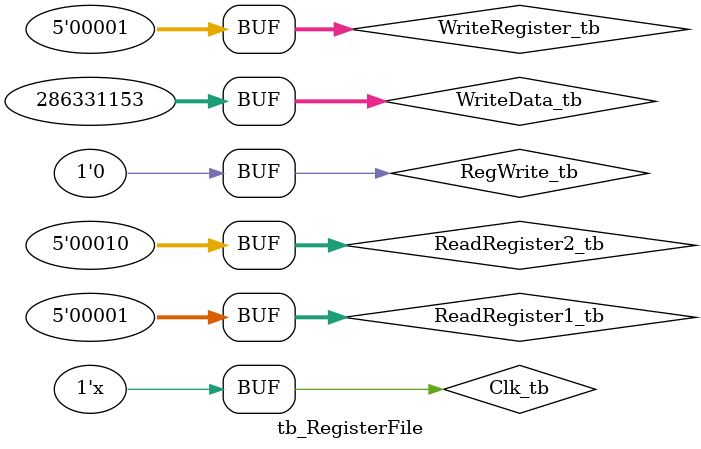
<source format=v>
`timescale 1ns / 1ps
module tb_RegisterFile(  );
reg [4:0] ReadRegister1_tb, ReadRegister2_tb; // Two registers to be read
reg [4:0] WriteRegister_tb; // Register address to write into
reg [31:0] WriteData_tb; // Data to be written into WriteRegister
reg Clk_tb; // very important!
reg RegWrite_tb; // RegWrite control signal. Data is written only when this signal is enabled
wire [31:0] ReadData1_tb, ReadData2_tb;

RegisterFile registerfile(ReadRegister1_tb, ReadRegister2_tb, WriteRegister_tb, WriteData_tb, 
									RegWrite_tb, Clk_tb, ReadData1_tb, ReadData2_tb); 
									
initial
begin

	ReadRegister1_tb<= 5'b00001; ReadRegister2_tb <= 5'b00010; WriteRegister_tb <=00001; WriteData_tb <= 32'h11111111; 
	Clk_tb <= 0; RegWrite_tb <= 0; 

end

always 
	#5 Clk_tb =! Clk_tb; 
endmodule

</source>
